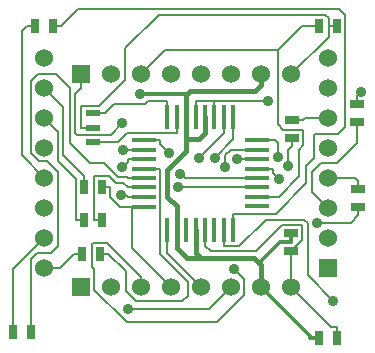
<source format=gtl>
G04 (created by PCBNEW-RS274X (2011-05-25)-stable) date Tue 02 Apr 2013 03:30:14 PM PDT*
G01*
G70*
G90*
%MOIN*%
G04 Gerber Fmt 3.4, Leading zero omitted, Abs format*
%FSLAX34Y34*%
G04 APERTURE LIST*
%ADD10C,0.006000*%
%ADD11R,0.025000X0.045000*%
%ADD12R,0.045000X0.025000*%
%ADD13R,0.017700X0.078700*%
%ADD14R,0.078700X0.017700*%
%ADD15C,0.060000*%
%ADD16R,0.060000X0.060000*%
%ADD17R,0.051200X0.019700*%
%ADD18C,0.035000*%
%ADD19C,0.008000*%
%ADD20C,0.016000*%
%ADD21C,0.012000*%
G04 APERTURE END LIST*
G54D10*
G54D11*
X50094Y-28504D03*
X50694Y-28504D03*
X42220Y-36102D03*
X42820Y-36102D03*
X39897Y-38701D03*
X40497Y-38701D03*
X42259Y-34961D03*
X42859Y-34961D03*
G54D12*
X49213Y-31629D03*
X49213Y-32229D03*
G54D11*
X42259Y-33858D03*
X42859Y-33858D03*
G54D12*
X51417Y-33952D03*
X51417Y-34552D03*
X51378Y-31717D03*
X51378Y-31117D03*
G54D11*
X40645Y-28504D03*
X41245Y-28504D03*
G54D13*
X45048Y-31529D03*
X45363Y-31529D03*
X45678Y-31529D03*
X45993Y-31529D03*
X46308Y-31529D03*
X46623Y-31529D03*
X46938Y-31529D03*
X47253Y-31529D03*
X47251Y-35295D03*
X45041Y-35295D03*
X45361Y-35295D03*
X45681Y-35295D03*
X45991Y-35295D03*
X46311Y-35295D03*
X46621Y-35295D03*
X46941Y-35295D03*
G54D14*
X48041Y-32313D03*
X48041Y-32627D03*
X48041Y-32943D03*
X48041Y-33257D03*
X48041Y-33573D03*
X48041Y-33887D03*
X48041Y-34203D03*
X48041Y-34517D03*
X44261Y-32315D03*
X44261Y-32625D03*
X44261Y-32945D03*
X44261Y-33255D03*
X44261Y-33565D03*
X44261Y-33885D03*
X44261Y-34205D03*
X44261Y-34525D03*
G54D15*
X40945Y-29569D03*
X40945Y-30569D03*
X40945Y-31569D03*
X40945Y-32569D03*
X40945Y-33569D03*
X40945Y-34569D03*
X40945Y-35569D03*
X40945Y-36569D03*
G54D16*
X50394Y-36569D03*
G54D15*
X50394Y-35569D03*
X50394Y-34569D03*
X50394Y-33569D03*
X50394Y-32569D03*
X50394Y-31569D03*
X50394Y-30569D03*
X50394Y-29569D03*
G54D12*
X49173Y-35409D03*
X49173Y-36009D03*
G54D11*
X50094Y-38898D03*
X50694Y-38898D03*
G54D16*
X42169Y-30118D03*
G54D15*
X43169Y-30118D03*
X44169Y-30118D03*
X45169Y-30118D03*
X46169Y-30118D03*
X47169Y-30118D03*
X48169Y-30118D03*
X49169Y-30118D03*
G54D16*
X42169Y-37205D03*
G54D15*
X43169Y-37205D03*
X44169Y-37205D03*
X45169Y-37205D03*
X46169Y-37205D03*
X47169Y-37205D03*
X48169Y-37205D03*
X49169Y-37205D03*
G54D17*
X42559Y-31890D03*
X42559Y-31418D03*
X42559Y-32362D03*
G54D18*
X48400Y-30993D03*
X43543Y-31734D03*
X45483Y-33425D03*
X45418Y-33886D03*
X43725Y-37925D03*
X43515Y-34130D03*
X49087Y-33165D03*
X46102Y-32902D03*
X45092Y-32733D03*
X43590Y-32626D03*
X47366Y-32944D03*
X43536Y-33220D03*
X46986Y-33210D03*
X46648Y-32888D03*
X48736Y-32875D03*
X51511Y-30708D03*
X50574Y-37669D03*
X47270Y-36597D03*
X48764Y-33601D03*
X50044Y-35069D03*
X44129Y-30774D03*
G54D19*
X50694Y-38898D02*
X50694Y-38530D01*
X49173Y-37205D02*
X49169Y-37205D01*
X50498Y-38530D02*
X49173Y-37205D01*
X50694Y-38530D02*
X50498Y-38530D01*
X50694Y-28504D02*
X50426Y-28504D01*
X42559Y-31890D02*
X42160Y-31890D01*
X50426Y-28861D02*
X50426Y-28504D01*
X49169Y-30118D02*
X50426Y-28861D01*
X42160Y-31216D02*
X42160Y-31890D01*
X45993Y-31529D02*
X45993Y-30993D01*
X46623Y-30993D02*
X45993Y-30993D01*
X48400Y-30993D02*
X46623Y-30993D01*
X46623Y-31529D02*
X46623Y-30993D01*
X42190Y-31177D02*
X42160Y-31216D01*
X42773Y-31177D02*
X42190Y-31177D01*
X43643Y-30316D02*
X42773Y-31177D01*
X43643Y-29245D02*
X43643Y-30316D01*
X44761Y-28127D02*
X43643Y-29245D01*
X50317Y-28127D02*
X44761Y-28127D01*
X50426Y-28236D02*
X50317Y-28127D01*
X50426Y-28504D02*
X50426Y-28236D01*
X49173Y-36009D02*
X49542Y-35640D01*
X49542Y-35640D02*
X49542Y-35162D01*
X49542Y-35162D02*
X49521Y-35141D01*
X49521Y-35141D02*
X48889Y-35141D01*
X48889Y-35141D02*
X48014Y-36016D01*
X48014Y-36016D02*
X46495Y-36016D01*
X46311Y-35295D02*
X46311Y-35832D01*
X46495Y-36016D02*
X46311Y-35832D01*
X49173Y-37205D02*
X49173Y-36009D01*
X51378Y-32403D02*
X51378Y-31717D01*
X50712Y-33069D02*
X51378Y-32403D01*
X50164Y-33069D02*
X50712Y-33069D01*
X49861Y-33372D02*
X50164Y-33069D01*
X49861Y-34036D02*
X49861Y-33372D01*
X50394Y-34569D02*
X49861Y-34036D01*
X42031Y-32132D02*
X41976Y-32062D01*
X42169Y-30118D02*
X42169Y-30561D01*
X45631Y-33573D02*
X47505Y-33573D01*
X45483Y-33425D02*
X45631Y-33573D01*
X48041Y-33573D02*
X47505Y-33573D01*
X41976Y-30754D02*
X42169Y-30561D01*
X41976Y-32062D02*
X41976Y-30754D01*
X43170Y-32132D02*
X42031Y-32132D01*
X43543Y-31734D02*
X43170Y-32132D01*
X47505Y-33886D02*
X47505Y-33887D01*
X45418Y-33886D02*
X47505Y-33886D01*
X48041Y-33887D02*
X47505Y-33887D01*
X43127Y-33858D02*
X43127Y-34192D01*
X42859Y-33858D02*
X43127Y-33858D01*
X44261Y-34525D02*
X43884Y-34525D01*
X43884Y-34525D02*
X43771Y-34525D01*
X43884Y-34525D02*
X43884Y-35920D01*
X43884Y-35920D02*
X45169Y-37205D01*
X43460Y-34525D02*
X43771Y-34525D01*
X43127Y-34192D02*
X43460Y-34525D01*
X44261Y-34205D02*
X43725Y-34205D01*
X43650Y-34130D02*
X43515Y-34130D01*
X43725Y-34205D02*
X43650Y-34130D01*
X46449Y-37925D02*
X43725Y-37925D01*
X47169Y-37205D02*
X46449Y-37925D01*
X49213Y-32229D02*
X49213Y-32497D01*
X49087Y-32623D02*
X49213Y-32497D01*
X49087Y-33165D02*
X49087Y-32623D01*
X46938Y-31529D02*
X46938Y-32066D01*
X46938Y-32066D02*
X46102Y-32902D01*
X45048Y-31529D02*
X45048Y-30993D01*
X42559Y-31418D02*
X42958Y-31418D01*
X44402Y-30993D02*
X45048Y-30993D01*
X44303Y-31092D02*
X44402Y-30993D01*
X43284Y-31092D02*
X44303Y-31092D01*
X42958Y-31418D02*
X43284Y-31092D01*
X44798Y-32439D02*
X45092Y-32733D01*
X44798Y-32315D02*
X44798Y-32439D01*
X44261Y-32315D02*
X44798Y-32315D01*
X44261Y-32625D02*
X43725Y-32625D01*
X43725Y-32626D02*
X43725Y-32625D01*
X43590Y-32626D02*
X43725Y-32626D01*
X48041Y-32943D02*
X47505Y-32943D01*
X47505Y-32943D02*
X47366Y-32943D01*
X47366Y-32943D02*
X47366Y-32944D01*
X43725Y-33031D02*
X43725Y-32945D01*
X43536Y-33220D02*
X43725Y-33031D01*
X44261Y-32945D02*
X43725Y-32945D01*
X46986Y-32811D02*
X47171Y-32626D01*
X48041Y-32627D02*
X47505Y-32627D01*
X47505Y-32626D02*
X47505Y-32627D01*
X47171Y-32626D02*
X47505Y-32626D01*
X46986Y-33210D02*
X46986Y-32811D01*
X45555Y-37664D02*
X44000Y-37664D01*
X45725Y-37494D02*
X45555Y-37664D01*
X43669Y-36683D02*
X43088Y-36102D01*
X43669Y-37333D02*
X43669Y-36683D01*
X44000Y-37664D02*
X43669Y-37333D01*
X44798Y-33255D02*
X44798Y-36095D01*
X44261Y-33255D02*
X44798Y-33255D01*
X42820Y-36102D02*
X43088Y-36102D01*
X45725Y-37022D02*
X45725Y-37494D01*
X44798Y-36095D02*
X45725Y-37022D01*
X47253Y-32283D02*
X47253Y-31529D01*
X46648Y-32888D02*
X47253Y-32283D01*
X48629Y-32313D02*
X48041Y-32313D01*
X48736Y-32420D02*
X48629Y-32313D01*
X48736Y-32875D02*
X48736Y-32420D01*
X51378Y-30841D02*
X51511Y-30708D01*
X46941Y-35295D02*
X46941Y-35832D01*
X50574Y-37669D02*
X49725Y-36820D01*
X49725Y-36820D02*
X49725Y-35085D01*
X49725Y-35085D02*
X49597Y-34957D01*
X48327Y-34957D02*
X47452Y-35832D01*
X49597Y-34957D02*
X48327Y-34957D01*
X47452Y-35832D02*
X46941Y-35832D01*
X51378Y-31117D02*
X51378Y-30841D01*
X50758Y-27944D02*
X42073Y-27944D01*
X50963Y-31878D02*
X50963Y-28149D01*
X50963Y-28149D02*
X50758Y-27944D01*
X42073Y-27944D02*
X41513Y-28504D01*
X41245Y-28504D02*
X41513Y-28504D01*
X47251Y-35295D02*
X47251Y-34759D01*
X50728Y-32113D02*
X50963Y-31878D01*
X49968Y-32113D02*
X50728Y-32113D01*
X49677Y-33747D02*
X49677Y-33165D01*
X47251Y-34759D02*
X48665Y-34759D01*
X48665Y-34759D02*
X49677Y-33747D01*
X49677Y-33165D02*
X49946Y-32896D01*
X49946Y-32896D02*
X49946Y-32135D01*
X49946Y-32135D02*
X49968Y-32113D01*
X49444Y-32626D02*
X49584Y-32486D01*
X48041Y-34203D02*
X48578Y-34203D01*
X49532Y-28504D02*
X50094Y-28504D01*
X48725Y-29311D02*
X49532Y-28504D01*
X48725Y-31768D02*
X48725Y-29311D01*
X48917Y-31960D02*
X48725Y-31768D01*
X49562Y-31960D02*
X48917Y-31960D01*
X49584Y-32486D02*
X49584Y-31982D01*
X49444Y-33519D02*
X49444Y-32626D01*
X48760Y-34203D02*
X49444Y-33519D01*
X48578Y-34203D02*
X48760Y-34203D01*
X44976Y-29311D02*
X48725Y-29311D01*
X44169Y-30118D02*
X44976Y-29311D01*
X49584Y-31982D02*
X49562Y-31960D01*
X48764Y-33601D02*
X48578Y-33415D01*
X48578Y-33415D02*
X48578Y-33257D01*
X47613Y-36940D02*
X47270Y-36597D01*
X48041Y-33257D02*
X48578Y-33257D01*
X47613Y-37463D02*
X47613Y-36940D01*
X46698Y-38378D02*
X47613Y-37463D01*
X43702Y-38378D02*
X46698Y-38378D01*
X42613Y-37289D02*
X43702Y-38378D01*
X42613Y-36600D02*
X42613Y-37289D01*
X43035Y-35733D02*
X42573Y-35733D01*
X42573Y-35733D02*
X42551Y-35755D01*
X42551Y-36538D02*
X42613Y-36600D01*
X42551Y-35755D02*
X42551Y-36538D01*
X44169Y-37205D02*
X44169Y-36867D01*
X44169Y-36867D02*
X43035Y-35733D01*
X44261Y-33885D02*
X43725Y-33885D01*
X42859Y-34961D02*
X42591Y-34961D01*
X43561Y-33721D02*
X43725Y-33885D01*
X43327Y-33721D02*
X43561Y-33721D01*
X43095Y-33489D02*
X43327Y-33721D01*
X42612Y-33489D02*
X43095Y-33489D01*
X42591Y-33510D02*
X42612Y-33489D01*
X42591Y-34961D02*
X42591Y-33510D01*
X50394Y-31569D02*
X49641Y-31569D01*
X49213Y-31629D02*
X49581Y-31629D01*
X49641Y-31569D02*
X49581Y-31629D01*
X41337Y-30113D02*
X41792Y-30568D01*
X44261Y-33565D02*
X43725Y-33565D01*
X43698Y-33538D02*
X43725Y-33565D01*
X43404Y-33538D02*
X43698Y-33538D01*
X42953Y-33087D02*
X43404Y-33538D01*
X42481Y-33087D02*
X42953Y-33087D01*
X41792Y-32398D02*
X42481Y-33087D01*
X41792Y-30568D02*
X41792Y-32398D01*
X40739Y-30113D02*
X41337Y-30113D01*
X40502Y-30350D02*
X40739Y-30113D01*
X40502Y-32752D02*
X40502Y-30350D01*
X41034Y-33013D02*
X40763Y-33013D01*
X41391Y-33370D02*
X41034Y-33013D01*
X41391Y-35846D02*
X41391Y-33370D01*
X41168Y-36069D02*
X41391Y-35846D01*
X40706Y-36069D02*
X41168Y-36069D01*
X40497Y-36278D02*
X40706Y-36069D01*
X40497Y-38701D02*
X40497Y-36278D01*
X40763Y-33013D02*
X40502Y-32752D01*
X51302Y-33569D02*
X51417Y-33684D01*
X50394Y-33569D02*
X51302Y-33569D01*
X51417Y-33952D02*
X51417Y-33684D01*
X42259Y-33858D02*
X42259Y-33490D01*
X41589Y-32820D02*
X42259Y-33490D01*
X41589Y-31213D02*
X41589Y-32820D01*
X40945Y-30569D02*
X41589Y-31213D01*
X41991Y-33596D02*
X41991Y-34961D01*
X41397Y-33002D02*
X41991Y-33596D01*
X41397Y-32021D02*
X41397Y-33002D01*
X40945Y-31569D02*
X41397Y-32021D01*
X42259Y-34961D02*
X41991Y-34961D01*
X40645Y-28504D02*
X40377Y-28504D01*
X40194Y-32818D02*
X40945Y-33569D01*
X40194Y-28687D02*
X40194Y-32818D01*
X40377Y-28504D02*
X40194Y-28687D01*
X39897Y-36617D02*
X39897Y-38701D01*
X40945Y-35569D02*
X39897Y-36617D01*
X41485Y-36569D02*
X41952Y-36102D01*
X40945Y-36569D02*
X41485Y-36569D01*
X42220Y-36102D02*
X41952Y-36102D01*
X43403Y-32362D02*
X42559Y-32362D01*
X43699Y-32066D02*
X43403Y-32362D01*
X45363Y-32066D02*
X43699Y-32066D01*
X45363Y-31529D02*
X45363Y-32066D01*
X45041Y-36077D02*
X45041Y-35295D01*
X51417Y-34552D02*
X51417Y-34820D01*
X51168Y-35069D02*
X50044Y-35069D01*
X51417Y-34820D02*
X51168Y-35069D01*
X46169Y-37205D02*
X45041Y-36077D01*
G54D20*
X46308Y-31529D02*
X46308Y-32073D01*
X46112Y-32269D02*
X45678Y-32269D01*
X46308Y-32073D02*
X46112Y-32269D01*
X45678Y-31529D02*
X45678Y-30808D01*
X45678Y-30808D02*
X45810Y-30676D01*
X48169Y-30487D02*
X48169Y-30118D01*
X47980Y-30676D02*
X48169Y-30487D01*
X45810Y-30676D02*
X47980Y-30676D01*
X45361Y-35295D02*
X45361Y-34502D01*
X45678Y-32667D02*
X45678Y-32269D01*
X45678Y-32269D02*
X45678Y-31529D01*
X45050Y-33295D02*
X45678Y-32667D01*
X45050Y-34191D02*
X45050Y-33295D01*
X45361Y-34502D02*
X45050Y-34191D01*
X45361Y-35295D02*
X45361Y-35900D01*
X46342Y-36233D02*
X46342Y-36238D01*
X45694Y-36233D02*
X46342Y-36233D01*
X45361Y-35900D02*
X45694Y-36233D01*
X48169Y-37205D02*
X48169Y-36459D01*
X45991Y-36067D02*
X45991Y-35295D01*
X46162Y-36238D02*
X45991Y-36067D01*
X47948Y-36238D02*
X46342Y-36238D01*
X46342Y-36238D02*
X46162Y-36238D01*
X48169Y-36459D02*
X47948Y-36238D01*
G54D21*
X48169Y-36339D02*
X48169Y-37205D01*
X48169Y-36339D02*
X48811Y-35697D01*
X48811Y-35697D02*
X49173Y-35697D01*
X44129Y-30774D02*
X45644Y-30774D01*
X45644Y-30774D02*
X45678Y-30808D01*
X50094Y-38898D02*
X49806Y-38898D01*
X49806Y-38898D02*
X49806Y-38842D01*
X49806Y-38842D02*
X48169Y-37205D01*
X49173Y-35409D02*
X49173Y-35697D01*
M02*

</source>
